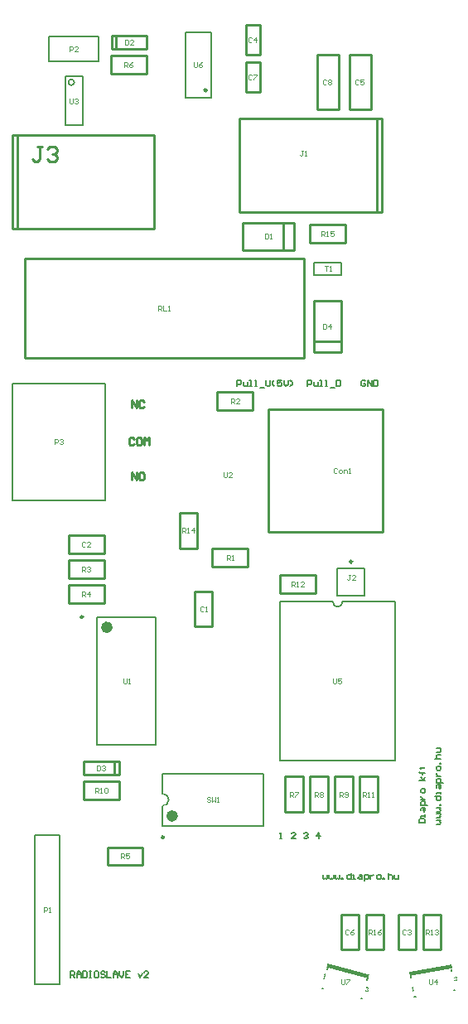
<source format=gto>
%FSTAX24Y24*%
%MOIN*%
G70*
G01*
G75*
G04 Layer_Color=65535*
%ADD10O,0.0394X0.0984*%
%ADD11R,0.0394X0.0984*%
%ADD12R,0.0394X0.0512*%
%ADD13R,0.0709X0.0709*%
%ADD14R,0.0472X0.0512*%
%ADD15R,0.1004X0.0374*%
%ADD16R,0.1004X0.1299*%
%ADD17O,0.0945X0.0236*%
%ADD18R,0.0945X0.0236*%
%ADD19R,0.0512X0.0394*%
%ADD20R,0.0630X0.0630*%
%ADD21R,0.0374X0.0315*%
%ADD22R,0.0984X0.0512*%
%ADD23O,0.0906X0.0236*%
%ADD24R,0.0709X0.0709*%
%ADD25R,0.0256X0.0472*%
%ADD26C,0.0100*%
%ADD27C,0.0300*%
%ADD28C,0.0250*%
%ADD29C,0.0400*%
%ADD30C,0.0600*%
%ADD31C,0.0200*%
%ADD32C,0.0080*%
%ADD33C,0.0060*%
%ADD34C,0.2756*%
%ADD35C,0.0709*%
%ADD36C,0.0984*%
%ADD37R,0.0984X0.0984*%
G04:AMPARAMS|DCode=38|XSize=37.4mil|YSize=57.1mil|CornerRadius=0mil|HoleSize=0mil|Usage=FLASHONLY|Rotation=345.000|XOffset=0mil|YOffset=0mil|HoleType=Round|Shape=Round|*
%AMOVALD38*
21,1,0.0197,0.0374,0.0000,0.0000,75.0*
1,1,0.0374,-0.0025,-0.0095*
1,1,0.0374,0.0025,0.0095*
%
%ADD38OVALD38*%

G04:AMPARAMS|DCode=39|XSize=37.4mil|YSize=57.1mil|CornerRadius=0mil|HoleSize=0mil|Usage=FLASHONLY|Rotation=10.000|XOffset=0mil|YOffset=0mil|HoleType=Round|Shape=Round|*
%AMOVALD39*
21,1,0.0197,0.0374,0.0000,0.0000,100.0*
1,1,0.0374,0.0017,-0.0097*
1,1,0.0374,-0.0017,0.0097*
%
%ADD39OVALD39*%

%ADD40R,0.0591X0.0591*%
%ADD41C,0.0591*%
%ADD42R,0.0591X0.0591*%
%ADD43C,0.1800*%
%ADD44C,0.0320*%
%ADD45C,0.0500*%
%ADD46C,0.0098*%
%ADD47C,0.0079*%
%ADD48C,0.0236*%
%ADD49C,0.0040*%
%ADD50C,0.0030*%
G04:AMPARAMS|DCode=51|XSize=165.4mil|YSize=0mil|CornerRadius=0mil|HoleSize=0mil|Usage=FLASHONLY|Rotation=345.000|XOffset=0mil|YOffset=0mil|HoleType=Round|Shape=Rectangle|*
%AMROTATEDRECTD51*
4,1,4,-0.0799,0.0214,-0.0799,0.0214,0.0799,-0.0214,0.0799,-0.0214,-0.0799,0.0214,0.0*
%
%ADD51ROTATEDRECTD51*%

G04:AMPARAMS|DCode=52|XSize=173.2mil|YSize=15.7mil|CornerRadius=0mil|HoleSize=0mil|Usage=FLASHONLY|Rotation=345.000|XOffset=0mil|YOffset=0mil|HoleType=Round|Shape=Rectangle|*
%AMROTATEDRECTD52*
4,1,4,-0.0857,0.0148,-0.0816,0.0300,0.0857,-0.0148,0.0816,-0.0300,-0.0857,0.0148,0.0*
%
%ADD52ROTATEDRECTD52*%

G04:AMPARAMS|DCode=53|XSize=165.4mil|YSize=0mil|CornerRadius=0mil|HoleSize=0mil|Usage=FLASHONLY|Rotation=10.000|XOffset=0mil|YOffset=0mil|HoleType=Round|Shape=Rectangle|*
%AMROTATEDRECTD53*
4,1,4,-0.0814,-0.0144,-0.0814,-0.0144,0.0814,0.0144,0.0814,0.0144,-0.0814,-0.0144,0.0*
%
%ADD53ROTATEDRECTD53*%

G04:AMPARAMS|DCode=54|XSize=173.2mil|YSize=15.7mil|CornerRadius=0mil|HoleSize=0mil|Usage=FLASHONLY|Rotation=10.000|XOffset=0mil|YOffset=0mil|HoleType=Round|Shape=Rectangle|*
%AMROTATEDRECTD54*
4,1,4,-0.0839,-0.0228,-0.0867,-0.0073,0.0839,0.0228,0.0867,0.0073,-0.0839,-0.0228,0.0*
%
%ADD54ROTATEDRECTD54*%

D26*
X185Y1601D02*
X19625D01*
Y1641D01*
X185D02*
X19625D01*
X185Y1601D02*
Y1641D01*
X192754Y15872D02*
X194172D01*
Y158011D02*
Y15872D01*
X192754Y158011D02*
X194172D01*
X192754D02*
Y15872D01*
X193793Y164449D02*
Y165551D01*
Y164449D02*
X19584D01*
Y165551D01*
X193793D02*
X19584D01*
X195407Y164449D02*
Y165551D01*
X19941Y1531D02*
Y15803D01*
X19483D02*
X19941D01*
X19483Y1531D02*
Y15803D01*
Y1531D02*
X19941D01*
X187385Y143324D02*
Y143876D01*
Y143324D02*
X188802D01*
Y143876D01*
X187385D02*
X188802D01*
X188606Y143324D02*
Y143876D01*
X189915Y172524D02*
Y173076D01*
X188498D02*
X189915D01*
X188498Y172524D02*
Y173076D01*
Y172524D02*
X189915D01*
X188694D02*
Y173076D01*
X198746Y136291D02*
Y137709D01*
X199454D01*
Y136291D02*
Y137709D01*
X198746Y136291D02*
X199454D01*
X201046D02*
Y137709D01*
X201754D01*
Y136291D02*
Y137709D01*
X201046Y136291D02*
X201754D01*
X195291Y150646D02*
X196709D01*
X195291D02*
Y151354D01*
X196709D01*
Y150646D02*
Y151354D01*
X187391Y143054D02*
X188809D01*
Y142346D02*
Y143054D01*
X187391Y142346D02*
X188809D01*
X187391D02*
Y143054D01*
X188491Y171546D02*
X189909D01*
X188491D02*
Y172254D01*
X189909D01*
Y171546D02*
Y172254D01*
X186791Y150954D02*
X188209D01*
Y150246D02*
Y150954D01*
X186791Y150246D02*
X188209D01*
X186791D02*
Y150954D01*
Y151954D02*
X188209D01*
Y151246D02*
Y151954D01*
X186791Y151246D02*
X188209D01*
X186791D02*
Y151954D01*
X196767Y170098D02*
X197633D01*
Y172302D01*
X196767D02*
X197633D01*
X196767Y170098D02*
Y172302D01*
X194476Y170809D02*
Y171991D01*
X193924Y170809D02*
X194476D01*
X193924D02*
Y171991D01*
X194476D01*
X197746Y136291D02*
X198454D01*
Y137709D01*
X197746D02*
X198454D01*
X197746Y136291D02*
Y137709D01*
X198067Y172302D02*
X198933D01*
X198067Y170098D02*
Y172302D01*
Y170098D02*
X198933D01*
Y172302D01*
X194476Y172309D02*
Y173491D01*
X193924Y172309D02*
X194476D01*
X193924D02*
Y173491D01*
X194476D01*
X200046Y136291D02*
X200754D01*
Y137709D01*
X200046D02*
X200754D01*
X200046Y136291D02*
Y137709D01*
X186791Y152246D02*
Y152954D01*
Y152246D02*
X188209D01*
Y152954D01*
X186791D02*
X188209D01*
X191846Y149291D02*
X192554D01*
Y150709D01*
X191846D02*
X192554D01*
X191846Y149291D02*
Y150709D01*
X199368Y165964D02*
Y169744D01*
X19366Y165964D02*
X199368D01*
X19366D02*
Y169744D01*
X199368D01*
X199176Y165964D02*
Y169744D01*
X196649Y160783D02*
X197751D01*
Y16035D02*
Y162397D01*
X196649Y16035D02*
X197751D01*
X196649D02*
Y162397D01*
X197751D01*
X191236Y153869D02*
X191944D01*
X191236Y152451D02*
Y153869D01*
Y152451D02*
X191944D01*
Y153869D01*
X196491Y164746D02*
Y165454D01*
Y164746D02*
X197909D01*
Y165454D01*
X196491D02*
X197909D01*
X188331Y139706D02*
Y140414D01*
Y139706D02*
X189749D01*
Y140414D01*
X188331D02*
X189749D01*
X195496Y143259D02*
X196204D01*
X195496Y141841D02*
Y143259D01*
Y141841D02*
X196204D01*
Y143259D01*
X196496D02*
X197204D01*
X196496Y141841D02*
Y143259D01*
Y141841D02*
X197204D01*
Y143259D01*
X197496D02*
X198204D01*
X197496Y141841D02*
Y143259D01*
Y141841D02*
X198204D01*
Y143259D01*
X198496D02*
X199204D01*
X198496Y141841D02*
Y143259D01*
Y141841D02*
X199204D01*
Y143259D01*
X193975Y151712D02*
Y152421D01*
X192557D02*
X193975D01*
X192557Y151712D02*
Y152421D01*
Y151712D02*
X193975D01*
X184705Y165295D02*
Y169075D01*
X184513Y165295D02*
X190222D01*
Y169075D01*
X184513D02*
X190222D01*
X184513Y165295D02*
Y169075D01*
X18571Y16861D02*
X18551D01*
X18561D01*
Y16811D01*
X18551Y16801D01*
X18541D01*
X18531Y16811D01*
X18591Y16851D02*
X18601Y16861D01*
X18621D01*
X18631Y16851D01*
Y16841D01*
X18621Y16831D01*
X18611D01*
X18621D01*
X18631Y16821D01*
Y16811D01*
X18621Y16801D01*
X18601D01*
X18591Y16811D01*
X1893Y1552D02*
Y1555D01*
X1895Y1552D01*
Y1555D01*
X18975D02*
X18965D01*
X1896Y15545D01*
Y15525D01*
X18965Y1552D01*
X18975D01*
X1898Y15525D01*
Y15545D01*
X18975Y1555D01*
X1893Y1581D02*
Y1584D01*
X1895Y1581D01*
Y1584D01*
X1898Y15835D02*
X18975Y1584D01*
X18965D01*
X1896Y15835D01*
Y15815D01*
X18965Y1581D01*
X18975D01*
X1898Y15815D01*
X1894Y15685D02*
X18935Y1569D01*
X18925D01*
X1892Y15685D01*
Y15665D01*
X18925Y1566D01*
X18935D01*
X1894Y15665D01*
X18965Y1569D02*
X18955D01*
X1895Y15685D01*
Y15665D01*
X18955Y1566D01*
X18965D01*
X1897Y15665D01*
Y15685D01*
X18965Y1569D01*
X1898Y1566D02*
Y1569D01*
X1899Y1568D01*
X19Y1569D01*
Y1566D01*
D32*
X19528Y14076D02*
X195363D01*
X195322D01*
Y14101D01*
X19528Y140968D01*
X195905Y14076D02*
X195738D01*
X195905Y140927D01*
Y140968D01*
X195863Y14101D01*
X19578D01*
X195738Y140968D01*
X196238D02*
X19628Y14101D01*
X196363D01*
X196405Y140968D01*
Y140927D01*
X196363Y140885D01*
X196321D01*
X196363D01*
X196405Y140843D01*
Y140802D01*
X196363Y14076D01*
X19628D01*
X196238Y140802D01*
X196863Y14076D02*
Y14101D01*
X196738Y140885D01*
X196904D01*
X193561Y158956D02*
Y159206D01*
X193686D01*
X193728Y159165D01*
Y159081D01*
X193686Y15904D01*
X193561D01*
X193811Y159123D02*
Y158998D01*
X193853Y158956D01*
X193978D01*
Y159123D01*
X194061Y158956D02*
X194145D01*
X194103D01*
Y159206D01*
X194061D01*
X19427Y158956D02*
X194353D01*
X194311D01*
Y159206D01*
X19427D01*
X194478Y158915D02*
X194644D01*
X194728Y159206D02*
Y158998D01*
X194769Y158956D01*
X194853D01*
X194894Y158998D01*
Y159206D01*
X195061Y158956D02*
X194978Y15904D01*
Y159123D01*
X195061Y159206D01*
X195352D02*
X195186D01*
Y159081D01*
X195269Y159123D01*
X195311D01*
X195352Y159081D01*
Y158998D01*
X195311Y158956D01*
X195228D01*
X195186Y158998D01*
X195436Y159206D02*
Y15904D01*
X195519Y158956D01*
X195602Y15904D01*
Y159206D01*
X195686Y158956D02*
X195769Y15904D01*
Y159123D01*
X195686Y159206D01*
X196394Y158956D02*
Y159206D01*
X196519D01*
X19656Y159165D01*
Y159081D01*
X196519Y15904D01*
X196394D01*
X196644Y159123D02*
Y158998D01*
X196685Y158956D01*
X19681D01*
Y159123D01*
X196894Y158956D02*
X196977D01*
X196935D01*
Y159206D01*
X196894D01*
X197102Y158956D02*
X197185D01*
X197144D01*
Y159206D01*
X197102D01*
X19731Y158915D02*
X197477D01*
X19756Y159206D02*
Y158956D01*
X197685D01*
X197727Y158998D01*
Y159165D01*
X197685Y159206D01*
X19756D01*
X198726Y159165D02*
X198685Y159206D01*
X198601D01*
X19856Y159165D01*
Y158998D01*
X198601Y158956D01*
X198685D01*
X198726Y158998D01*
Y159081D01*
X198643D01*
X19881Y158956D02*
Y159206D01*
X198976Y158956D01*
Y159206D01*
X19906D02*
Y158956D01*
X199185D01*
X199226Y158998D01*
Y159165D01*
X199185Y159206D01*
X19906D01*
D33*
X18686Y13517D02*
Y13542D01*
X186985D01*
X187027Y135378D01*
Y135295D01*
X186985Y135253D01*
X18686D01*
X186943D02*
X187027Y13517D01*
X18711D02*
Y135337D01*
X187193Y13542D01*
X187277Y135337D01*
Y13517D01*
Y135295D01*
X18711D01*
X18736Y13542D02*
Y13517D01*
X187485D01*
X187526Y135212D01*
Y135378D01*
X187485Y13542D01*
X18736D01*
X18761D02*
X187693D01*
X187651D01*
Y13517D01*
X18761D01*
X187693D01*
X187943Y13542D02*
X18786D01*
X187818Y135378D01*
Y135212D01*
X18786Y13517D01*
X187943D01*
X187985Y135212D01*
Y135378D01*
X187943Y13542D01*
X188235Y135378D02*
X188193Y13542D01*
X18811D01*
X188068Y135378D01*
Y135337D01*
X18811Y135295D01*
X188193D01*
X188235Y135253D01*
Y135212D01*
X188193Y13517D01*
X18811D01*
X188068Y135212D01*
X188318Y13542D02*
Y13517D01*
X188484D01*
X188568D02*
Y135337D01*
X188651Y13542D01*
X188734Y135337D01*
Y13517D01*
Y135295D01*
X188568D01*
X188818Y13542D02*
Y135253D01*
X188901Y13517D01*
X188984Y135253D01*
Y13542D01*
X189234D02*
X189068D01*
Y13517D01*
X189234D01*
X189068Y135295D02*
X189151D01*
X189567Y135337D02*
X189651Y13517D01*
X189734Y135337D01*
X189984Y13517D02*
X189817D01*
X189984Y135337D01*
Y135378D01*
X189942Y13542D01*
X189859D01*
X189817Y135378D01*
X20088Y14139D02*
X20113D01*
Y141515D01*
X201088Y141557D01*
X200922D01*
X20088Y141515D01*
Y14139D01*
X20113Y14164D02*
Y141723D01*
Y141682D01*
X200963D01*
Y14164D01*
Y14189D02*
Y141973D01*
X201005Y142015D01*
X20113D01*
Y14189D01*
X201088Y141848D01*
X201047Y14189D01*
Y142015D01*
X201213Y142098D02*
X200963D01*
Y142223D01*
X201005Y142265D01*
X201088D01*
X20113Y142223D01*
Y142098D01*
X200963Y142348D02*
X20113D01*
X201047D01*
X201005Y14239D01*
X200963Y142431D01*
Y142473D01*
X20113Y14264D02*
Y142723D01*
X201088Y142765D01*
X201005D01*
X200963Y142723D01*
Y14264D01*
X201005Y142598D01*
X201088D01*
X20113Y14264D01*
Y143098D02*
X20088D01*
X201047D02*
X200963Y143223D01*
X201047Y143098D02*
X20113Y143223D01*
Y143389D02*
X200922D01*
X201005D01*
Y143348D01*
Y143431D01*
Y143389D01*
X200922D01*
X20088Y143431D01*
X200922Y143598D02*
X200963D01*
Y143556D01*
Y143639D01*
Y143598D01*
X201088D01*
X20113Y143639D01*
X197014Y139303D02*
Y139178D01*
X197056Y139136D01*
X197097Y139178D01*
X197139Y139136D01*
X197181Y139178D01*
Y139303D01*
X197264D02*
Y139178D01*
X197306Y139136D01*
X197347Y139178D01*
X197389Y139136D01*
X197431Y139178D01*
Y139303D01*
X197514D02*
Y139178D01*
X197556Y139136D01*
X197597Y139178D01*
X197639Y139136D01*
X197681Y139178D01*
Y139303D01*
X197764Y139136D02*
Y139178D01*
X197806D01*
Y139136D01*
X197764D01*
X198139Y139386D02*
Y139136D01*
X198014D01*
X197972Y139178D01*
Y139261D01*
X198014Y139303D01*
X198139D01*
X198222Y139136D02*
X198305D01*
X198264D01*
Y139303D01*
X198222D01*
X198472D02*
X198555D01*
X198597Y139261D01*
Y139136D01*
X198472D01*
X19843Y139178D01*
X198472Y13922D01*
X198597D01*
X19868Y139053D02*
Y139303D01*
X198805D01*
X198847Y139261D01*
Y139178D01*
X198805Y139136D01*
X19868D01*
X19893Y139303D02*
Y139136D01*
Y13922D01*
X198972Y139261D01*
X199014Y139303D01*
X199055D01*
X199222Y139136D02*
X199305D01*
X199347Y139178D01*
Y139261D01*
X199305Y139303D01*
X199222D01*
X19918Y139261D01*
Y139178D01*
X199222Y139136D01*
X19943D02*
Y139178D01*
X199472D01*
Y139136D01*
X19943D01*
X199638Y139386D02*
Y139136D01*
Y139261D01*
X19968Y139303D01*
X199763D01*
X199805Y139261D01*
Y139136D01*
X199888Y139303D02*
Y139178D01*
X19993Y139136D01*
X200055D01*
Y139303D01*
X201583Y14135D02*
X201708D01*
X20175Y141392D01*
X201708Y141433D01*
X20175Y141475D01*
X201708Y141517D01*
X201583D01*
Y1416D02*
X201708D01*
X20175Y141642D01*
X201708Y141683D01*
X20175Y141725D01*
X201708Y141767D01*
X201583D01*
Y14185D02*
X201708D01*
X20175Y141891D01*
X201708Y141933D01*
X20175Y141975D01*
X201708Y142016D01*
X201583D01*
X20175Y1421D02*
X201708D01*
Y142141D01*
X20175D01*
Y1421D01*
X2015Y142475D02*
X20175D01*
Y14235D01*
X201708Y142308D01*
X201625D01*
X201583Y14235D01*
Y142475D01*
X20175Y142558D02*
Y142641D01*
Y1426D01*
X201583D01*
Y142558D01*
Y142808D02*
Y142891D01*
X201625Y142933D01*
X20175D01*
Y142808D01*
X201708Y142766D01*
X201667Y142808D01*
Y142933D01*
X201833Y143016D02*
X201583D01*
Y143141D01*
X201625Y143183D01*
X201708D01*
X20175Y143141D01*
Y143016D01*
X201583Y143266D02*
X20175D01*
X201667D01*
X201625Y143308D01*
X201583Y143349D01*
Y143391D01*
X20175Y143558D02*
Y143641D01*
X201708Y143683D01*
X201625D01*
X201583Y143641D01*
Y143558D01*
X201625Y143516D01*
X201708D01*
X20175Y143558D01*
Y143766D02*
X201708D01*
Y143808D01*
X20175D01*
Y143766D01*
X2015Y143974D02*
X20175D01*
X201625D01*
X201583Y144016D01*
Y144099D01*
X201625Y144141D01*
X20175D01*
X201583Y144224D02*
X201708D01*
X20175Y144266D01*
Y144391D01*
X201583D01*
D46*
X192335Y170876D02*
G03*
X192335Y170876I-000049J0D01*
G01*
X198189Y151907D02*
G03*
X198189Y151907I-000049J0D01*
G01*
X187358Y149685D02*
G03*
X187358Y149685I-000049J0D01*
G01*
X190615Y140822D02*
G03*
X190615Y140822I-000049J0D01*
G01*
D47*
X187Y171188D02*
G03*
X187Y171188I-000118J0D01*
G01*
X197403Y150289D02*
G03*
X197797Y150289I000197J0D01*
G01*
X19055Y142072D02*
G03*
X19055Y142572I0J00025D01*
G01*
X184505Y15906D02*
X188245D01*
Y15438D02*
Y15906D01*
X184505Y15438D02*
Y15906D01*
Y15438D02*
X188245D01*
X198788Y135085D02*
X198806Y135153D01*
X198546Y134334D02*
X198584Y134324D01*
X19719Y135513D02*
X197209Y135581D01*
X196987Y134752D02*
X197025Y134742D01*
X202172Y135519D02*
X202185Y135449D01*
X202283Y134667D02*
X202321Y134674D01*
X200544Y135232D02*
X200556Y135162D01*
X200693Y134387D02*
X200732Y134394D01*
X187975Y172039D02*
Y173039D01*
X185975Y172039D02*
X187975D01*
X185975D02*
Y173039D01*
X187975D01*
X1854Y1349D02*
X1864D01*
X1854Y1409D02*
X1864D01*
Y1349D02*
Y1409D01*
X1854Y1349D02*
Y1409D01*
X192512Y170581D02*
Y173219D01*
X191488Y170581D02*
Y173219D01*
Y170581D02*
X192512D01*
X191488Y173219D02*
X192512D01*
X186646Y169456D02*
X187354D01*
X186646Y171424D02*
X187354D01*
Y169456D02*
Y171424D01*
X186646Y169456D02*
Y171424D01*
X197797Y150289D02*
X199929D01*
Y143911D02*
Y150289D01*
X195271Y150283D02*
X195277Y150289D01*
X197403D01*
X195271Y143911D02*
X199929D01*
X195271D02*
Y150283D01*
X197589Y151651D02*
X198691D01*
X198691Y150549D02*
Y151651D01*
X197589Y150549D02*
X198691D01*
X197589Y150549D02*
Y151651D01*
X187919Y144541D02*
X190281D01*
X187919Y149659D02*
X190281D01*
Y144541D02*
Y149659D01*
X187919Y144541D02*
Y149659D01*
X19055Y141279D02*
X194605D01*
X19055Y143366D02*
X194605D01*
X19055Y141279D02*
Y142072D01*
Y142572D02*
Y143366D01*
X194605Y141279D02*
Y143366D01*
X196649Y16345D02*
Y16395D01*
X197751Y16345D02*
Y16395D01*
X196649Y16345D02*
X197751D01*
X196649Y16395D02*
X197751D01*
D48*
X188431Y149265D02*
G03*
X188431Y149265I-000118J0D01*
G01*
X191061Y141673D02*
G03*
X191061Y141673I-000118J0D01*
G01*
D49*
X193135Y151963D02*
Y152163D01*
X193235D01*
X193269Y15213D01*
Y152063D01*
X193235Y15203D01*
X193135D01*
X193202D02*
X193269Y151963D01*
X193335D02*
X193402D01*
X193369D01*
Y152163D01*
X193335Y15213D01*
X19707Y1638D02*
X197203D01*
X197137D01*
Y1636D01*
X19727D02*
X197337D01*
X197303D01*
Y1638D01*
X19727Y163767D01*
X19248Y142389D02*
X192447Y142422D01*
X19238D01*
X192347Y142389D01*
Y142356D01*
X19238Y142322D01*
X192447D01*
X19248Y142289D01*
Y142256D01*
X192447Y142222D01*
X19238D01*
X192347Y142256D01*
X192547Y142422D02*
Y142222D01*
X192614Y142289D01*
X19268Y142222D01*
Y142422D01*
X192747Y142222D02*
X192814D01*
X19278D01*
Y142422D01*
X192747Y142389D01*
X19863Y14245D02*
Y14265D01*
X19873D01*
X198763Y142617D01*
Y14255D01*
X19873Y142517D01*
X19863D01*
X198697D02*
X198763Y14245D01*
X19883D02*
X198897D01*
X198863D01*
Y14265D01*
X19883Y142617D01*
X198997Y14245D02*
X199063D01*
X19903D01*
Y14265D01*
X198997Y142617D01*
X19768Y14245D02*
Y14265D01*
X19778D01*
X197813Y142617D01*
Y14255D01*
X19778Y142517D01*
X19768D01*
X197747D02*
X197813Y14245D01*
X19788Y142483D02*
X197913Y14245D01*
X19798D01*
X198013Y142483D01*
Y142617D01*
X19798Y14265D01*
X197913D01*
X19788Y142617D01*
Y142583D01*
X197913Y14255D01*
X198013D01*
X19668Y14245D02*
Y14265D01*
X19678D01*
X196813Y142617D01*
Y14255D01*
X19678Y142517D01*
X19668D01*
X196747D02*
X196813Y14245D01*
X19688Y142617D02*
X196913Y14265D01*
X19698D01*
X197013Y142617D01*
Y142583D01*
X19698Y14255D01*
X197013Y142517D01*
Y142483D01*
X19698Y14245D01*
X196913D01*
X19688Y142483D01*
Y142517D01*
X196913Y14255D01*
X19688Y142583D01*
Y142617D01*
X196913Y14255D02*
X19698D01*
X19568Y14245D02*
Y14265D01*
X19578D01*
X195813Y142617D01*
Y14255D01*
X19578Y142517D01*
X19568D01*
X195747D02*
X195813Y14245D01*
X19588Y14265D02*
X196013D01*
Y142617D01*
X19588Y142483D01*
Y14245D01*
X18887Y13996D02*
Y14016D01*
X18897D01*
X189003Y140127D01*
Y14006D01*
X18897Y140027D01*
X18887D01*
X188937D02*
X189003Y13996D01*
X189203Y14016D02*
X18907D01*
Y14006D01*
X189137Y140093D01*
X18917D01*
X189203Y14006D01*
Y139993D01*
X18917Y13996D01*
X189103D01*
X18907Y139993D01*
X19695Y165D02*
Y1652D01*
X19705D01*
X197083Y165167D01*
Y1651D01*
X19705Y165067D01*
X19695D01*
X197017D02*
X197083Y165D01*
X19715D02*
X197217D01*
X197183D01*
Y1652D01*
X19715Y165167D01*
X19745Y1652D02*
X197317D01*
Y1651D01*
X197383Y165133D01*
X197417D01*
X19745Y1651D01*
Y165033D01*
X197417Y165D01*
X19735D01*
X197317Y165033D01*
X19134Y15306D02*
Y15326D01*
X19144D01*
X191473Y153227D01*
Y15316D01*
X19144Y153127D01*
X19134D01*
X191407D02*
X191473Y15306D01*
X19154D02*
X191607D01*
X191573D01*
Y15326D01*
X19154Y153227D01*
X191807Y15306D02*
Y15326D01*
X191707Y15316D01*
X19184D01*
X19703Y16147D02*
Y16127D01*
X19713D01*
X197163Y161303D01*
Y161437D01*
X19713Y16147D01*
X19703D01*
X19733Y16127D02*
Y16147D01*
X19723Y16137D01*
X197363D01*
X18897Y1472D02*
Y147033D01*
X189003Y147D01*
X18907D01*
X189103Y147033D01*
Y1472D01*
X18917Y147D02*
X189237D01*
X189203D01*
Y1472D01*
X18917Y147167D01*
X198103Y15136D02*
X198037D01*
X19807D01*
Y151193D01*
X198037Y15116D01*
X198003D01*
X19797Y151193D01*
X198303Y15116D02*
X19817D01*
X198303Y151293D01*
Y151327D01*
X19827Y15136D01*
X198203D01*
X19817Y151327D01*
X196213Y16843D02*
X196147D01*
X19618D01*
Y168263D01*
X196147Y16823D01*
X196113D01*
X19608Y168263D01*
X19628Y16823D02*
X196347D01*
X196313D01*
Y16843D01*
X19628Y168397D01*
X19743Y1472D02*
Y147033D01*
X197463Y147D01*
X19753D01*
X197563Y147033D01*
Y1472D01*
X197763D02*
X19763D01*
Y1471D01*
X197697Y147133D01*
X19773D01*
X197763Y1471D01*
Y147033D01*
X19773Y147D01*
X197663D01*
X19763Y147033D01*
X192203Y150067D02*
X19217Y1501D01*
X192103D01*
X19207Y150067D01*
Y149933D01*
X192103Y1499D01*
X19217D01*
X192203Y149933D01*
X19227Y1499D02*
X192337D01*
X192303D01*
Y1501D01*
X19227Y150067D01*
X187463Y152667D02*
X18743Y1527D01*
X187363D01*
X18733Y152667D01*
Y152533D01*
X187363Y1525D01*
X18743D01*
X187463Y152533D01*
X187663Y1525D02*
X18753D01*
X187663Y152633D01*
Y152667D01*
X18763Y1527D01*
X187563D01*
X18753Y152667D01*
X200363Y137067D02*
X20033Y1371D01*
X200263D01*
X20023Y137067D01*
Y136933D01*
X200263Y1369D01*
X20033D01*
X200363Y136933D01*
X20043Y137067D02*
X200463Y1371D01*
X20053D01*
X200563Y137067D01*
Y137033D01*
X20053Y137D01*
X200497D01*
X20053D01*
X200563Y136967D01*
Y136933D01*
X20053Y1369D01*
X200463D01*
X20043Y136933D01*
X194163Y172967D02*
X19413Y173D01*
X194063D01*
X19403Y172967D01*
Y172833D01*
X194063Y1728D01*
X19413D01*
X194163Y172833D01*
X19433Y1728D02*
Y173D01*
X19423Y1729D01*
X194363D01*
X198463Y171267D02*
X19843Y1713D01*
X198363D01*
X19833Y171267D01*
Y171133D01*
X198363Y1711D01*
X19843D01*
X198463Y171133D01*
X198663Y1713D02*
X19853D01*
Y1712D01*
X198597Y171233D01*
X19863D01*
X198663Y1712D01*
Y171133D01*
X19863Y1711D01*
X198563D01*
X19853Y171133D01*
X198063Y137067D02*
X19803Y1371D01*
X197963D01*
X19793Y137067D01*
Y136933D01*
X197963Y1369D01*
X19803D01*
X198063Y136933D01*
X198263Y1371D02*
X198197Y137067D01*
X19813Y137D01*
Y136933D01*
X198163Y1369D01*
X19823D01*
X198263Y136933D01*
Y136967D01*
X19823Y137D01*
X19813D01*
X194163Y171467D02*
X19413Y1715D01*
X194063D01*
X19403Y171467D01*
Y171333D01*
X194063Y1713D01*
X19413D01*
X194163Y171333D01*
X19423Y1715D02*
X194363D01*
Y171467D01*
X19423Y171333D01*
Y1713D01*
X197163Y171267D02*
X19713Y1713D01*
X197063D01*
X19703Y171267D01*
Y171133D01*
X197063Y1711D01*
X19713D01*
X197163Y171133D01*
X19723Y171267D02*
X197263Y1713D01*
X19733D01*
X197363Y171267D01*
Y171233D01*
X19733Y1712D01*
X197363Y171167D01*
Y171133D01*
X19733Y1711D01*
X197263D01*
X19723Y171133D01*
Y171167D01*
X197263Y1712D01*
X19723Y171233D01*
Y171267D01*
X197263Y1712D02*
X19733D01*
X18733Y1515D02*
Y1517D01*
X18743D01*
X187463Y151667D01*
Y1516D01*
X18743Y151567D01*
X18733D01*
X187397D02*
X187463Y1515D01*
X18753Y151667D02*
X187563Y1517D01*
X18763D01*
X187663Y151667D01*
Y151633D01*
X18763Y1516D01*
X187597D01*
X18763D01*
X187663Y151567D01*
Y151533D01*
X18763Y1515D01*
X187563D01*
X18753Y151533D01*
X18733Y1505D02*
Y1507D01*
X18743D01*
X187463Y150667D01*
Y1506D01*
X18743Y150567D01*
X18733D01*
X187397D02*
X187463Y1505D01*
X18763D02*
Y1507D01*
X18753Y1506D01*
X187663D01*
X18903Y1718D02*
Y172D01*
X18913D01*
X189163Y171967D01*
Y1719D01*
X18913Y171867D01*
X18903D01*
X189097D02*
X189163Y1718D01*
X189363Y172D02*
X189297Y171967D01*
X18923Y1719D01*
Y171833D01*
X189263Y1718D01*
X18933D01*
X189363Y171833D01*
Y171867D01*
X18933Y1719D01*
X18923D01*
X18785Y1426D02*
Y1428D01*
X18795D01*
X187983Y142767D01*
Y1427D01*
X18795Y142667D01*
X18785D01*
X187917D02*
X187983Y1426D01*
X18805D02*
X188117D01*
X188083D01*
Y1428D01*
X18805Y142767D01*
X188217D02*
X18825Y1428D01*
X188317D01*
X18835Y142767D01*
Y142633D01*
X188317Y1426D01*
X18825D01*
X188217Y142633D01*
Y142767D01*
X19575Y1509D02*
Y1511D01*
X19585D01*
X195883Y151067D01*
Y151D01*
X19585Y150967D01*
X19575D01*
X195817D02*
X195883Y1509D01*
X19595D02*
X196017D01*
X195983D01*
Y1511D01*
X19595Y151067D01*
X19625Y1509D02*
X196117D01*
X19625Y151033D01*
Y151067D01*
X196217Y1511D01*
X19615D01*
X196117Y151067D01*
X20115Y1369D02*
Y1371D01*
X20125D01*
X201283Y137067D01*
Y137D01*
X20125Y136967D01*
X20115D01*
X201217D02*
X201283Y1369D01*
X20135D02*
X201417D01*
X201383D01*
Y1371D01*
X20135Y137067D01*
X201517D02*
X20155Y1371D01*
X201617D01*
X20165Y137067D01*
Y137033D01*
X201617Y137D01*
X201583D01*
X201617D01*
X20165Y136967D01*
Y136933D01*
X201617Y1369D01*
X20155D01*
X201517Y136933D01*
X19885Y1369D02*
Y1371D01*
X19895D01*
X198983Y137067D01*
Y137D01*
X19895Y136967D01*
X19885D01*
X198917D02*
X198983Y1369D01*
X19905D02*
X199117D01*
X199083D01*
Y1371D01*
X19905Y137067D01*
X19935Y1371D02*
X199283Y137067D01*
X199217Y137D01*
Y136933D01*
X19925Y1369D01*
X199317D01*
X19935Y136933D01*
Y136967D01*
X199317Y137D01*
X199217D01*
X18683Y17054D02*
Y170373D01*
X186863Y17034D01*
X18693D01*
X186963Y170373D01*
Y17054D01*
X18703Y170507D02*
X187063Y17054D01*
X18713D01*
X187163Y170507D01*
Y170473D01*
X18713Y17044D01*
X187097D01*
X18713D01*
X187163Y170407D01*
Y170373D01*
X18713Y17034D01*
X187063D01*
X18703Y170373D01*
X19183Y172D02*
Y171833D01*
X191863Y1718D01*
X19193D01*
X191963Y171833D01*
Y172D01*
X192163D02*
X192097Y171967D01*
X19203Y1719D01*
Y171833D01*
X192063Y1718D01*
X19213D01*
X192163Y171833D01*
Y171867D01*
X19213Y1719D01*
X19203D01*
X18904Y1729D02*
Y1727D01*
X18914D01*
X189173Y172733D01*
Y172867D01*
X18914Y1729D01*
X18904D01*
X189373Y1727D02*
X18924D01*
X189373Y172833D01*
Y172867D01*
X18934Y1729D01*
X189273D01*
X18924Y172867D01*
X18793Y1437D02*
Y1435D01*
X18803D01*
X188063Y143533D01*
Y143667D01*
X18803Y1437D01*
X18793D01*
X18813Y143667D02*
X188163Y1437D01*
X18823D01*
X188263Y143667D01*
Y143633D01*
X18823Y1436D01*
X188197D01*
X18823D01*
X188263Y143567D01*
Y143533D01*
X18823Y1435D01*
X188163D01*
X18813Y143533D01*
X18577Y1378D02*
Y138D01*
X18587D01*
X185903Y137967D01*
Y1379D01*
X18587Y137867D01*
X18577D01*
X18597Y1378D02*
X186037D01*
X186003D01*
Y138D01*
X18597Y137967D01*
X18681Y17244D02*
Y17264D01*
X18691D01*
X186943Y172607D01*
Y17254D01*
X18691Y172507D01*
X18681D01*
X187143Y17244D02*
X18701D01*
X187143Y172573D01*
Y172607D01*
X18711Y17264D01*
X187043D01*
X18701Y172607D01*
X20129Y13511D02*
Y134943D01*
X201323Y13491D01*
X20139D01*
X201423Y134943D01*
Y13511D01*
X20159Y13491D02*
Y13511D01*
X20149Y13501D01*
X201623D01*
X19775Y13511D02*
Y134943D01*
X197783Y13491D01*
X19785D01*
X197883Y134943D01*
Y13511D01*
X19795D02*
X198083D01*
Y135077D01*
X19795Y134943D01*
Y13491D01*
X186205Y15662D02*
Y15682D01*
X186305D01*
X186338Y156787D01*
Y15672D01*
X186305Y156687D01*
X186205D01*
X186405Y156787D02*
X186438Y15682D01*
X186505D01*
X186538Y156787D01*
Y156753D01*
X186505Y15672D01*
X186471D01*
X186505D01*
X186538Y156687D01*
Y156653D01*
X186505Y15662D01*
X186438D01*
X186405Y156653D01*
X19039Y162D02*
Y1622D01*
X19049D01*
X190523Y162167D01*
Y1621D01*
X19049Y162067D01*
X19039D01*
X190457D02*
X190523Y162D01*
X19059Y1622D02*
Y162D01*
X190723D01*
X19079D02*
X190857D01*
X190823D01*
Y1622D01*
X19079Y162167D01*
X197583Y155637D02*
X19755Y15567D01*
X197483D01*
X19745Y155637D01*
Y155503D01*
X197483Y15547D01*
X19755D01*
X197583Y155503D01*
X197683Y15547D02*
X19775D01*
X197783Y155503D01*
Y15557D01*
X19775Y155603D01*
X197683D01*
X19765Y15557D01*
Y155503D01*
X197683Y15547D01*
X19785D02*
Y155603D01*
X19795D01*
X197983Y15557D01*
Y15547D01*
X19805D02*
X198116D01*
X198083D01*
Y15567D01*
X19805Y155637D01*
X19468Y1651D02*
Y1649D01*
X19478D01*
X194813Y164933D01*
Y165067D01*
X19478Y1651D01*
X19468D01*
X19488Y1649D02*
X194947D01*
X194913D01*
Y1651D01*
X19488Y165067D01*
X193298Y158262D02*
Y158462D01*
X193398D01*
X193432Y158428D01*
Y158362D01*
X193398Y158328D01*
X193298D01*
X193365D02*
X193432Y158262D01*
X193632D02*
X193498D01*
X193632Y158395D01*
Y158428D01*
X193598Y158462D01*
X193532D01*
X193498Y158428D01*
X19303Y1555D02*
Y155333D01*
X193063Y1553D01*
X19313D01*
X193163Y155333D01*
Y1555D01*
X193363Y1553D02*
X19323D01*
X193363Y155433D01*
Y155467D01*
X19333Y1555D01*
X193263D01*
X19323Y155467D01*
D50*
X198732Y134771D02*
X198763Y134788D01*
X198811Y134775D01*
X198829Y134745D01*
X198822Y134721D01*
X198792Y134703D01*
X198768Y134709D01*
X198792Y134703D01*
X19881Y134672D01*
X198803Y134648D01*
X198772Y134631D01*
X198724Y134644D01*
X198706Y134674D01*
X197Y13515D02*
X197064Y135133D01*
X197032Y135141D01*
X197084Y135335D01*
X197043Y135311D01*
X202278Y135173D02*
X202299Y135202D01*
X202348Y135211D01*
X202377Y13519D01*
X202381Y135166D01*
X202361Y135137D01*
X202336Y135133D01*
X202361Y135137D01*
X20239Y135117D01*
X202394Y135092D01*
X202374Y135063D01*
X202325Y135054D01*
X202296Y135075D01*
X2006Y13465D02*
X200649Y134659D01*
X200625Y134654D01*
X200599Y134802D01*
X200578Y134773D01*
D51*
X198007Y135367D02*
D03*
D52*
X198028Y135443D02*
D03*
D53*
X201358Y135376D02*
D03*
D54*
X201345Y135453D02*
D03*
M02*

</source>
